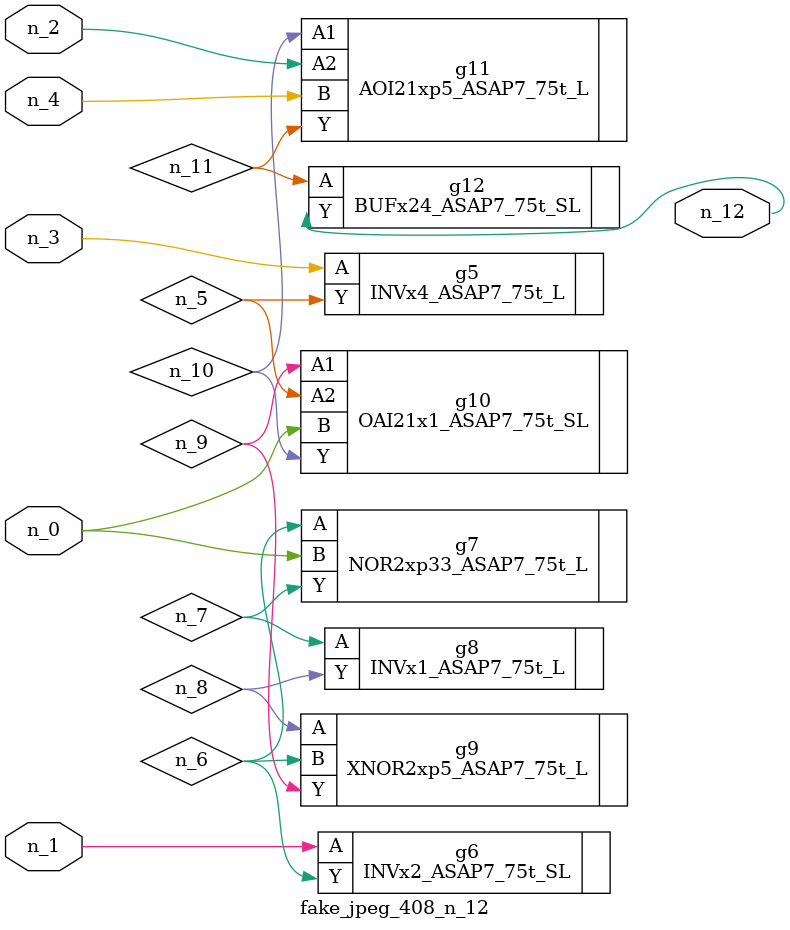
<source format=v>
module fake_jpeg_408_n_12 (n_3, n_2, n_1, n_0, n_4, n_12);

input n_3;
input n_2;
input n_1;
input n_0;
input n_4;

output n_12;

wire n_11;
wire n_10;
wire n_8;
wire n_9;
wire n_6;
wire n_5;
wire n_7;

INVx4_ASAP7_75t_L g5 ( 
.A(n_3),
.Y(n_5)
);

INVx2_ASAP7_75t_SL g6 ( 
.A(n_1),
.Y(n_6)
);

NOR2xp33_ASAP7_75t_L g7 ( 
.A(n_6),
.B(n_0),
.Y(n_7)
);

INVx1_ASAP7_75t_L g8 ( 
.A(n_7),
.Y(n_8)
);

XNOR2xp5_ASAP7_75t_L g9 ( 
.A(n_8),
.B(n_6),
.Y(n_9)
);

OAI21x1_ASAP7_75t_SL g10 ( 
.A1(n_9),
.A2(n_5),
.B(n_0),
.Y(n_10)
);

AOI21xp5_ASAP7_75t_L g11 ( 
.A1(n_10),
.A2(n_2),
.B(n_4),
.Y(n_11)
);

BUFx24_ASAP7_75t_SL g12 ( 
.A(n_11),
.Y(n_12)
);


endmodule
</source>
